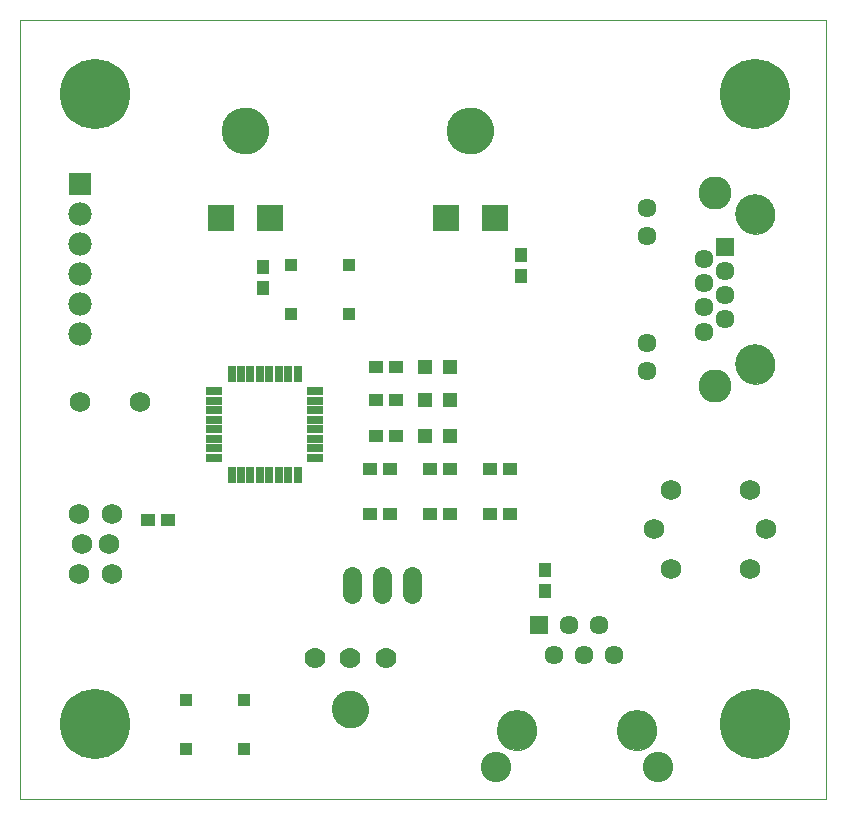
<source format=gts>
G75*
%MOIN*%
%OFA0B0*%
%FSLAX25Y25*%
%IPPOS*%
%LPD*%
%AMOC8*
5,1,8,0,0,1.08239X$1,22.5*
%
%ADD10C,0.00000*%
%ADD11R,0.06337X0.06337*%
%ADD12C,0.06337*%
%ADD13C,0.11030*%
%ADD14C,0.13195*%
%ADD15C,0.23400*%
%ADD16C,0.07000*%
%ADD17C,0.12211*%
%ADD18C,0.06800*%
%ADD19C,0.06400*%
%ADD20R,0.07800X0.07800*%
%ADD21C,0.07800*%
%ADD22R,0.05124X0.05124*%
%ADD23R,0.04337X0.04731*%
%ADD24R,0.04731X0.04337*%
%ADD25C,0.06896*%
%ADD26R,0.04337X0.04337*%
%ADD27R,0.08668X0.08668*%
%ADD28C,0.15597*%
%ADD29R,0.05400X0.02600*%
%ADD30R,0.02600X0.05400*%
%ADD31C,0.06900*%
%ADD32C,0.10144*%
%ADD33C,0.13392*%
D10*
X0003594Y0010258D02*
X0003594Y0270219D01*
X0272294Y0270219D01*
X0272294Y0010258D01*
X0003594Y0010258D01*
X0107688Y0040258D02*
X0107690Y0040411D01*
X0107696Y0040565D01*
X0107706Y0040718D01*
X0107720Y0040870D01*
X0107738Y0041023D01*
X0107760Y0041174D01*
X0107785Y0041325D01*
X0107815Y0041476D01*
X0107849Y0041626D01*
X0107886Y0041774D01*
X0107927Y0041922D01*
X0107972Y0042068D01*
X0108021Y0042214D01*
X0108074Y0042358D01*
X0108130Y0042500D01*
X0108190Y0042641D01*
X0108254Y0042781D01*
X0108321Y0042919D01*
X0108392Y0043055D01*
X0108467Y0043189D01*
X0108544Y0043321D01*
X0108626Y0043451D01*
X0108710Y0043579D01*
X0108798Y0043705D01*
X0108889Y0043828D01*
X0108983Y0043949D01*
X0109081Y0044067D01*
X0109181Y0044183D01*
X0109285Y0044296D01*
X0109391Y0044407D01*
X0109500Y0044515D01*
X0109612Y0044620D01*
X0109726Y0044721D01*
X0109844Y0044820D01*
X0109963Y0044916D01*
X0110085Y0045009D01*
X0110210Y0045098D01*
X0110337Y0045185D01*
X0110466Y0045267D01*
X0110597Y0045347D01*
X0110730Y0045423D01*
X0110865Y0045496D01*
X0111002Y0045565D01*
X0111141Y0045630D01*
X0111281Y0045692D01*
X0111423Y0045750D01*
X0111566Y0045805D01*
X0111711Y0045856D01*
X0111857Y0045903D01*
X0112004Y0045946D01*
X0112152Y0045985D01*
X0112301Y0046021D01*
X0112451Y0046052D01*
X0112602Y0046080D01*
X0112753Y0046104D01*
X0112906Y0046124D01*
X0113058Y0046140D01*
X0113211Y0046152D01*
X0113364Y0046160D01*
X0113517Y0046164D01*
X0113671Y0046164D01*
X0113824Y0046160D01*
X0113977Y0046152D01*
X0114130Y0046140D01*
X0114282Y0046124D01*
X0114435Y0046104D01*
X0114586Y0046080D01*
X0114737Y0046052D01*
X0114887Y0046021D01*
X0115036Y0045985D01*
X0115184Y0045946D01*
X0115331Y0045903D01*
X0115477Y0045856D01*
X0115622Y0045805D01*
X0115765Y0045750D01*
X0115907Y0045692D01*
X0116047Y0045630D01*
X0116186Y0045565D01*
X0116323Y0045496D01*
X0116458Y0045423D01*
X0116591Y0045347D01*
X0116722Y0045267D01*
X0116851Y0045185D01*
X0116978Y0045098D01*
X0117103Y0045009D01*
X0117225Y0044916D01*
X0117344Y0044820D01*
X0117462Y0044721D01*
X0117576Y0044620D01*
X0117688Y0044515D01*
X0117797Y0044407D01*
X0117903Y0044296D01*
X0118007Y0044183D01*
X0118107Y0044067D01*
X0118205Y0043949D01*
X0118299Y0043828D01*
X0118390Y0043705D01*
X0118478Y0043579D01*
X0118562Y0043451D01*
X0118644Y0043321D01*
X0118721Y0043189D01*
X0118796Y0043055D01*
X0118867Y0042919D01*
X0118934Y0042781D01*
X0118998Y0042641D01*
X0119058Y0042500D01*
X0119114Y0042358D01*
X0119167Y0042214D01*
X0119216Y0042068D01*
X0119261Y0041922D01*
X0119302Y0041774D01*
X0119339Y0041626D01*
X0119373Y0041476D01*
X0119403Y0041325D01*
X0119428Y0041174D01*
X0119450Y0041023D01*
X0119468Y0040870D01*
X0119482Y0040718D01*
X0119492Y0040565D01*
X0119498Y0040411D01*
X0119500Y0040258D01*
X0119498Y0040105D01*
X0119492Y0039951D01*
X0119482Y0039798D01*
X0119468Y0039646D01*
X0119450Y0039493D01*
X0119428Y0039342D01*
X0119403Y0039191D01*
X0119373Y0039040D01*
X0119339Y0038890D01*
X0119302Y0038742D01*
X0119261Y0038594D01*
X0119216Y0038448D01*
X0119167Y0038302D01*
X0119114Y0038158D01*
X0119058Y0038016D01*
X0118998Y0037875D01*
X0118934Y0037735D01*
X0118867Y0037597D01*
X0118796Y0037461D01*
X0118721Y0037327D01*
X0118644Y0037195D01*
X0118562Y0037065D01*
X0118478Y0036937D01*
X0118390Y0036811D01*
X0118299Y0036688D01*
X0118205Y0036567D01*
X0118107Y0036449D01*
X0118007Y0036333D01*
X0117903Y0036220D01*
X0117797Y0036109D01*
X0117688Y0036001D01*
X0117576Y0035896D01*
X0117462Y0035795D01*
X0117344Y0035696D01*
X0117225Y0035600D01*
X0117103Y0035507D01*
X0116978Y0035418D01*
X0116851Y0035331D01*
X0116722Y0035249D01*
X0116591Y0035169D01*
X0116458Y0035093D01*
X0116323Y0035020D01*
X0116186Y0034951D01*
X0116047Y0034886D01*
X0115907Y0034824D01*
X0115765Y0034766D01*
X0115622Y0034711D01*
X0115477Y0034660D01*
X0115331Y0034613D01*
X0115184Y0034570D01*
X0115036Y0034531D01*
X0114887Y0034495D01*
X0114737Y0034464D01*
X0114586Y0034436D01*
X0114435Y0034412D01*
X0114282Y0034392D01*
X0114130Y0034376D01*
X0113977Y0034364D01*
X0113824Y0034356D01*
X0113671Y0034352D01*
X0113517Y0034352D01*
X0113364Y0034356D01*
X0113211Y0034364D01*
X0113058Y0034376D01*
X0112906Y0034392D01*
X0112753Y0034412D01*
X0112602Y0034436D01*
X0112451Y0034464D01*
X0112301Y0034495D01*
X0112152Y0034531D01*
X0112004Y0034570D01*
X0111857Y0034613D01*
X0111711Y0034660D01*
X0111566Y0034711D01*
X0111423Y0034766D01*
X0111281Y0034824D01*
X0111141Y0034886D01*
X0111002Y0034951D01*
X0110865Y0035020D01*
X0110730Y0035093D01*
X0110597Y0035169D01*
X0110466Y0035249D01*
X0110337Y0035331D01*
X0110210Y0035418D01*
X0110085Y0035507D01*
X0109963Y0035600D01*
X0109844Y0035696D01*
X0109726Y0035795D01*
X0109612Y0035896D01*
X0109500Y0036001D01*
X0109391Y0036109D01*
X0109285Y0036220D01*
X0109181Y0036333D01*
X0109081Y0036449D01*
X0108983Y0036567D01*
X0108889Y0036688D01*
X0108798Y0036811D01*
X0108710Y0036937D01*
X0108626Y0037065D01*
X0108544Y0037195D01*
X0108467Y0037327D01*
X0108392Y0037461D01*
X0108321Y0037597D01*
X0108254Y0037735D01*
X0108190Y0037875D01*
X0108130Y0038016D01*
X0108074Y0038158D01*
X0108021Y0038302D01*
X0107972Y0038448D01*
X0107927Y0038594D01*
X0107886Y0038742D01*
X0107849Y0038890D01*
X0107815Y0039040D01*
X0107785Y0039191D01*
X0107760Y0039342D01*
X0107738Y0039493D01*
X0107720Y0039646D01*
X0107706Y0039798D01*
X0107696Y0039951D01*
X0107690Y0040105D01*
X0107688Y0040258D01*
X0162578Y0033258D02*
X0162580Y0033419D01*
X0162586Y0033579D01*
X0162596Y0033740D01*
X0162610Y0033900D01*
X0162628Y0034059D01*
X0162649Y0034219D01*
X0162675Y0034377D01*
X0162705Y0034535D01*
X0162738Y0034692D01*
X0162776Y0034849D01*
X0162817Y0035004D01*
X0162862Y0035158D01*
X0162911Y0035311D01*
X0162964Y0035463D01*
X0163020Y0035613D01*
X0163080Y0035762D01*
X0163144Y0035910D01*
X0163211Y0036056D01*
X0163282Y0036200D01*
X0163357Y0036342D01*
X0163435Y0036483D01*
X0163516Y0036621D01*
X0163601Y0036758D01*
X0163690Y0036892D01*
X0163781Y0037024D01*
X0163876Y0037154D01*
X0163974Y0037281D01*
X0164075Y0037406D01*
X0164179Y0037529D01*
X0164286Y0037648D01*
X0164396Y0037765D01*
X0164509Y0037880D01*
X0164625Y0037991D01*
X0164743Y0038100D01*
X0164864Y0038205D01*
X0164988Y0038308D01*
X0165114Y0038408D01*
X0165243Y0038504D01*
X0165374Y0038597D01*
X0165507Y0038687D01*
X0165642Y0038774D01*
X0165780Y0038857D01*
X0165919Y0038936D01*
X0166061Y0039013D01*
X0166204Y0039086D01*
X0166349Y0039155D01*
X0166496Y0039220D01*
X0166644Y0039282D01*
X0166794Y0039341D01*
X0166945Y0039395D01*
X0167097Y0039446D01*
X0167251Y0039493D01*
X0167406Y0039536D01*
X0167561Y0039575D01*
X0167718Y0039611D01*
X0167876Y0039643D01*
X0168034Y0039670D01*
X0168193Y0039694D01*
X0168352Y0039714D01*
X0168512Y0039730D01*
X0168673Y0039742D01*
X0168833Y0039750D01*
X0168994Y0039754D01*
X0169154Y0039754D01*
X0169315Y0039750D01*
X0169475Y0039742D01*
X0169636Y0039730D01*
X0169796Y0039714D01*
X0169955Y0039694D01*
X0170114Y0039670D01*
X0170272Y0039643D01*
X0170430Y0039611D01*
X0170587Y0039575D01*
X0170742Y0039536D01*
X0170897Y0039493D01*
X0171051Y0039446D01*
X0171203Y0039395D01*
X0171354Y0039341D01*
X0171504Y0039282D01*
X0171652Y0039220D01*
X0171799Y0039155D01*
X0171944Y0039086D01*
X0172087Y0039013D01*
X0172229Y0038936D01*
X0172368Y0038857D01*
X0172506Y0038774D01*
X0172641Y0038687D01*
X0172774Y0038597D01*
X0172905Y0038504D01*
X0173034Y0038408D01*
X0173160Y0038308D01*
X0173284Y0038205D01*
X0173405Y0038100D01*
X0173523Y0037991D01*
X0173639Y0037880D01*
X0173752Y0037765D01*
X0173862Y0037648D01*
X0173969Y0037529D01*
X0174073Y0037406D01*
X0174174Y0037281D01*
X0174272Y0037154D01*
X0174367Y0037024D01*
X0174458Y0036892D01*
X0174547Y0036758D01*
X0174632Y0036621D01*
X0174713Y0036483D01*
X0174791Y0036342D01*
X0174866Y0036200D01*
X0174937Y0036056D01*
X0175004Y0035910D01*
X0175068Y0035762D01*
X0175128Y0035613D01*
X0175184Y0035463D01*
X0175237Y0035311D01*
X0175286Y0035158D01*
X0175331Y0035004D01*
X0175372Y0034849D01*
X0175410Y0034692D01*
X0175443Y0034535D01*
X0175473Y0034377D01*
X0175499Y0034219D01*
X0175520Y0034059D01*
X0175538Y0033900D01*
X0175552Y0033740D01*
X0175562Y0033579D01*
X0175568Y0033419D01*
X0175570Y0033258D01*
X0175568Y0033097D01*
X0175562Y0032937D01*
X0175552Y0032776D01*
X0175538Y0032616D01*
X0175520Y0032457D01*
X0175499Y0032297D01*
X0175473Y0032139D01*
X0175443Y0031981D01*
X0175410Y0031824D01*
X0175372Y0031667D01*
X0175331Y0031512D01*
X0175286Y0031358D01*
X0175237Y0031205D01*
X0175184Y0031053D01*
X0175128Y0030903D01*
X0175068Y0030754D01*
X0175004Y0030606D01*
X0174937Y0030460D01*
X0174866Y0030316D01*
X0174791Y0030174D01*
X0174713Y0030033D01*
X0174632Y0029895D01*
X0174547Y0029758D01*
X0174458Y0029624D01*
X0174367Y0029492D01*
X0174272Y0029362D01*
X0174174Y0029235D01*
X0174073Y0029110D01*
X0173969Y0028987D01*
X0173862Y0028868D01*
X0173752Y0028751D01*
X0173639Y0028636D01*
X0173523Y0028525D01*
X0173405Y0028416D01*
X0173284Y0028311D01*
X0173160Y0028208D01*
X0173034Y0028108D01*
X0172905Y0028012D01*
X0172774Y0027919D01*
X0172641Y0027829D01*
X0172506Y0027742D01*
X0172368Y0027659D01*
X0172229Y0027580D01*
X0172087Y0027503D01*
X0171944Y0027430D01*
X0171799Y0027361D01*
X0171652Y0027296D01*
X0171504Y0027234D01*
X0171354Y0027175D01*
X0171203Y0027121D01*
X0171051Y0027070D01*
X0170897Y0027023D01*
X0170742Y0026980D01*
X0170587Y0026941D01*
X0170430Y0026905D01*
X0170272Y0026873D01*
X0170114Y0026846D01*
X0169955Y0026822D01*
X0169796Y0026802D01*
X0169636Y0026786D01*
X0169475Y0026774D01*
X0169315Y0026766D01*
X0169154Y0026762D01*
X0168994Y0026762D01*
X0168833Y0026766D01*
X0168673Y0026774D01*
X0168512Y0026786D01*
X0168352Y0026802D01*
X0168193Y0026822D01*
X0168034Y0026846D01*
X0167876Y0026873D01*
X0167718Y0026905D01*
X0167561Y0026941D01*
X0167406Y0026980D01*
X0167251Y0027023D01*
X0167097Y0027070D01*
X0166945Y0027121D01*
X0166794Y0027175D01*
X0166644Y0027234D01*
X0166496Y0027296D01*
X0166349Y0027361D01*
X0166204Y0027430D01*
X0166061Y0027503D01*
X0165919Y0027580D01*
X0165780Y0027659D01*
X0165642Y0027742D01*
X0165507Y0027829D01*
X0165374Y0027919D01*
X0165243Y0028012D01*
X0165114Y0028108D01*
X0164988Y0028208D01*
X0164864Y0028311D01*
X0164743Y0028416D01*
X0164625Y0028525D01*
X0164509Y0028636D01*
X0164396Y0028751D01*
X0164286Y0028868D01*
X0164179Y0028987D01*
X0164075Y0029110D01*
X0163974Y0029235D01*
X0163876Y0029362D01*
X0163781Y0029492D01*
X0163690Y0029624D01*
X0163601Y0029758D01*
X0163516Y0029895D01*
X0163435Y0030033D01*
X0163357Y0030174D01*
X0163282Y0030316D01*
X0163211Y0030460D01*
X0163144Y0030606D01*
X0163080Y0030754D01*
X0163020Y0030903D01*
X0162964Y0031053D01*
X0162911Y0031205D01*
X0162862Y0031358D01*
X0162817Y0031512D01*
X0162776Y0031667D01*
X0162738Y0031824D01*
X0162705Y0031981D01*
X0162675Y0032139D01*
X0162649Y0032297D01*
X0162628Y0032457D01*
X0162610Y0032616D01*
X0162596Y0032776D01*
X0162586Y0032937D01*
X0162580Y0033097D01*
X0162578Y0033258D01*
X0202578Y0033258D02*
X0202580Y0033419D01*
X0202586Y0033579D01*
X0202596Y0033740D01*
X0202610Y0033900D01*
X0202628Y0034059D01*
X0202649Y0034219D01*
X0202675Y0034377D01*
X0202705Y0034535D01*
X0202738Y0034692D01*
X0202776Y0034849D01*
X0202817Y0035004D01*
X0202862Y0035158D01*
X0202911Y0035311D01*
X0202964Y0035463D01*
X0203020Y0035613D01*
X0203080Y0035762D01*
X0203144Y0035910D01*
X0203211Y0036056D01*
X0203282Y0036200D01*
X0203357Y0036342D01*
X0203435Y0036483D01*
X0203516Y0036621D01*
X0203601Y0036758D01*
X0203690Y0036892D01*
X0203781Y0037024D01*
X0203876Y0037154D01*
X0203974Y0037281D01*
X0204075Y0037406D01*
X0204179Y0037529D01*
X0204286Y0037648D01*
X0204396Y0037765D01*
X0204509Y0037880D01*
X0204625Y0037991D01*
X0204743Y0038100D01*
X0204864Y0038205D01*
X0204988Y0038308D01*
X0205114Y0038408D01*
X0205243Y0038504D01*
X0205374Y0038597D01*
X0205507Y0038687D01*
X0205642Y0038774D01*
X0205780Y0038857D01*
X0205919Y0038936D01*
X0206061Y0039013D01*
X0206204Y0039086D01*
X0206349Y0039155D01*
X0206496Y0039220D01*
X0206644Y0039282D01*
X0206794Y0039341D01*
X0206945Y0039395D01*
X0207097Y0039446D01*
X0207251Y0039493D01*
X0207406Y0039536D01*
X0207561Y0039575D01*
X0207718Y0039611D01*
X0207876Y0039643D01*
X0208034Y0039670D01*
X0208193Y0039694D01*
X0208352Y0039714D01*
X0208512Y0039730D01*
X0208673Y0039742D01*
X0208833Y0039750D01*
X0208994Y0039754D01*
X0209154Y0039754D01*
X0209315Y0039750D01*
X0209475Y0039742D01*
X0209636Y0039730D01*
X0209796Y0039714D01*
X0209955Y0039694D01*
X0210114Y0039670D01*
X0210272Y0039643D01*
X0210430Y0039611D01*
X0210587Y0039575D01*
X0210742Y0039536D01*
X0210897Y0039493D01*
X0211051Y0039446D01*
X0211203Y0039395D01*
X0211354Y0039341D01*
X0211504Y0039282D01*
X0211652Y0039220D01*
X0211799Y0039155D01*
X0211944Y0039086D01*
X0212087Y0039013D01*
X0212229Y0038936D01*
X0212368Y0038857D01*
X0212506Y0038774D01*
X0212641Y0038687D01*
X0212774Y0038597D01*
X0212905Y0038504D01*
X0213034Y0038408D01*
X0213160Y0038308D01*
X0213284Y0038205D01*
X0213405Y0038100D01*
X0213523Y0037991D01*
X0213639Y0037880D01*
X0213752Y0037765D01*
X0213862Y0037648D01*
X0213969Y0037529D01*
X0214073Y0037406D01*
X0214174Y0037281D01*
X0214272Y0037154D01*
X0214367Y0037024D01*
X0214458Y0036892D01*
X0214547Y0036758D01*
X0214632Y0036621D01*
X0214713Y0036483D01*
X0214791Y0036342D01*
X0214866Y0036200D01*
X0214937Y0036056D01*
X0215004Y0035910D01*
X0215068Y0035762D01*
X0215128Y0035613D01*
X0215184Y0035463D01*
X0215237Y0035311D01*
X0215286Y0035158D01*
X0215331Y0035004D01*
X0215372Y0034849D01*
X0215410Y0034692D01*
X0215443Y0034535D01*
X0215473Y0034377D01*
X0215499Y0034219D01*
X0215520Y0034059D01*
X0215538Y0033900D01*
X0215552Y0033740D01*
X0215562Y0033579D01*
X0215568Y0033419D01*
X0215570Y0033258D01*
X0215568Y0033097D01*
X0215562Y0032937D01*
X0215552Y0032776D01*
X0215538Y0032616D01*
X0215520Y0032457D01*
X0215499Y0032297D01*
X0215473Y0032139D01*
X0215443Y0031981D01*
X0215410Y0031824D01*
X0215372Y0031667D01*
X0215331Y0031512D01*
X0215286Y0031358D01*
X0215237Y0031205D01*
X0215184Y0031053D01*
X0215128Y0030903D01*
X0215068Y0030754D01*
X0215004Y0030606D01*
X0214937Y0030460D01*
X0214866Y0030316D01*
X0214791Y0030174D01*
X0214713Y0030033D01*
X0214632Y0029895D01*
X0214547Y0029758D01*
X0214458Y0029624D01*
X0214367Y0029492D01*
X0214272Y0029362D01*
X0214174Y0029235D01*
X0214073Y0029110D01*
X0213969Y0028987D01*
X0213862Y0028868D01*
X0213752Y0028751D01*
X0213639Y0028636D01*
X0213523Y0028525D01*
X0213405Y0028416D01*
X0213284Y0028311D01*
X0213160Y0028208D01*
X0213034Y0028108D01*
X0212905Y0028012D01*
X0212774Y0027919D01*
X0212641Y0027829D01*
X0212506Y0027742D01*
X0212368Y0027659D01*
X0212229Y0027580D01*
X0212087Y0027503D01*
X0211944Y0027430D01*
X0211799Y0027361D01*
X0211652Y0027296D01*
X0211504Y0027234D01*
X0211354Y0027175D01*
X0211203Y0027121D01*
X0211051Y0027070D01*
X0210897Y0027023D01*
X0210742Y0026980D01*
X0210587Y0026941D01*
X0210430Y0026905D01*
X0210272Y0026873D01*
X0210114Y0026846D01*
X0209955Y0026822D01*
X0209796Y0026802D01*
X0209636Y0026786D01*
X0209475Y0026774D01*
X0209315Y0026766D01*
X0209154Y0026762D01*
X0208994Y0026762D01*
X0208833Y0026766D01*
X0208673Y0026774D01*
X0208512Y0026786D01*
X0208352Y0026802D01*
X0208193Y0026822D01*
X0208034Y0026846D01*
X0207876Y0026873D01*
X0207718Y0026905D01*
X0207561Y0026941D01*
X0207406Y0026980D01*
X0207251Y0027023D01*
X0207097Y0027070D01*
X0206945Y0027121D01*
X0206794Y0027175D01*
X0206644Y0027234D01*
X0206496Y0027296D01*
X0206349Y0027361D01*
X0206204Y0027430D01*
X0206061Y0027503D01*
X0205919Y0027580D01*
X0205780Y0027659D01*
X0205642Y0027742D01*
X0205507Y0027829D01*
X0205374Y0027919D01*
X0205243Y0028012D01*
X0205114Y0028108D01*
X0204988Y0028208D01*
X0204864Y0028311D01*
X0204743Y0028416D01*
X0204625Y0028525D01*
X0204509Y0028636D01*
X0204396Y0028751D01*
X0204286Y0028868D01*
X0204179Y0028987D01*
X0204075Y0029110D01*
X0203974Y0029235D01*
X0203876Y0029362D01*
X0203781Y0029492D01*
X0203690Y0029624D01*
X0203601Y0029758D01*
X0203516Y0029895D01*
X0203435Y0030033D01*
X0203357Y0030174D01*
X0203282Y0030316D01*
X0203211Y0030460D01*
X0203144Y0030606D01*
X0203080Y0030754D01*
X0203020Y0030903D01*
X0202964Y0031053D01*
X0202911Y0031205D01*
X0202862Y0031358D01*
X0202817Y0031512D01*
X0202776Y0031667D01*
X0202738Y0031824D01*
X0202705Y0031981D01*
X0202675Y0032139D01*
X0202649Y0032297D01*
X0202628Y0032457D01*
X0202610Y0032616D01*
X0202596Y0032776D01*
X0202586Y0032937D01*
X0202580Y0033097D01*
X0202578Y0033258D01*
X0242196Y0155258D02*
X0242198Y0155418D01*
X0242204Y0155577D01*
X0242214Y0155736D01*
X0242228Y0155895D01*
X0242246Y0156054D01*
X0242267Y0156212D01*
X0242293Y0156369D01*
X0242323Y0156526D01*
X0242356Y0156682D01*
X0242394Y0156837D01*
X0242435Y0156991D01*
X0242480Y0157144D01*
X0242529Y0157296D01*
X0242582Y0157446D01*
X0242638Y0157595D01*
X0242698Y0157743D01*
X0242762Y0157889D01*
X0242830Y0158034D01*
X0242901Y0158177D01*
X0242975Y0158318D01*
X0243053Y0158457D01*
X0243135Y0158594D01*
X0243220Y0158729D01*
X0243308Y0158862D01*
X0243399Y0158993D01*
X0243494Y0159121D01*
X0243592Y0159247D01*
X0243693Y0159371D01*
X0243797Y0159491D01*
X0243904Y0159610D01*
X0244014Y0159725D01*
X0244127Y0159838D01*
X0244242Y0159948D01*
X0244361Y0160055D01*
X0244481Y0160159D01*
X0244605Y0160260D01*
X0244731Y0160358D01*
X0244859Y0160453D01*
X0244990Y0160544D01*
X0245123Y0160632D01*
X0245258Y0160717D01*
X0245395Y0160799D01*
X0245534Y0160877D01*
X0245675Y0160951D01*
X0245818Y0161022D01*
X0245963Y0161090D01*
X0246109Y0161154D01*
X0246257Y0161214D01*
X0246406Y0161270D01*
X0246556Y0161323D01*
X0246708Y0161372D01*
X0246861Y0161417D01*
X0247015Y0161458D01*
X0247170Y0161496D01*
X0247326Y0161529D01*
X0247483Y0161559D01*
X0247640Y0161585D01*
X0247798Y0161606D01*
X0247957Y0161624D01*
X0248116Y0161638D01*
X0248275Y0161648D01*
X0248434Y0161654D01*
X0248594Y0161656D01*
X0248754Y0161654D01*
X0248913Y0161648D01*
X0249072Y0161638D01*
X0249231Y0161624D01*
X0249390Y0161606D01*
X0249548Y0161585D01*
X0249705Y0161559D01*
X0249862Y0161529D01*
X0250018Y0161496D01*
X0250173Y0161458D01*
X0250327Y0161417D01*
X0250480Y0161372D01*
X0250632Y0161323D01*
X0250782Y0161270D01*
X0250931Y0161214D01*
X0251079Y0161154D01*
X0251225Y0161090D01*
X0251370Y0161022D01*
X0251513Y0160951D01*
X0251654Y0160877D01*
X0251793Y0160799D01*
X0251930Y0160717D01*
X0252065Y0160632D01*
X0252198Y0160544D01*
X0252329Y0160453D01*
X0252457Y0160358D01*
X0252583Y0160260D01*
X0252707Y0160159D01*
X0252827Y0160055D01*
X0252946Y0159948D01*
X0253061Y0159838D01*
X0253174Y0159725D01*
X0253284Y0159610D01*
X0253391Y0159491D01*
X0253495Y0159371D01*
X0253596Y0159247D01*
X0253694Y0159121D01*
X0253789Y0158993D01*
X0253880Y0158862D01*
X0253968Y0158729D01*
X0254053Y0158594D01*
X0254135Y0158457D01*
X0254213Y0158318D01*
X0254287Y0158177D01*
X0254358Y0158034D01*
X0254426Y0157889D01*
X0254490Y0157743D01*
X0254550Y0157595D01*
X0254606Y0157446D01*
X0254659Y0157296D01*
X0254708Y0157144D01*
X0254753Y0156991D01*
X0254794Y0156837D01*
X0254832Y0156682D01*
X0254865Y0156526D01*
X0254895Y0156369D01*
X0254921Y0156212D01*
X0254942Y0156054D01*
X0254960Y0155895D01*
X0254974Y0155736D01*
X0254984Y0155577D01*
X0254990Y0155418D01*
X0254992Y0155258D01*
X0254990Y0155098D01*
X0254984Y0154939D01*
X0254974Y0154780D01*
X0254960Y0154621D01*
X0254942Y0154462D01*
X0254921Y0154304D01*
X0254895Y0154147D01*
X0254865Y0153990D01*
X0254832Y0153834D01*
X0254794Y0153679D01*
X0254753Y0153525D01*
X0254708Y0153372D01*
X0254659Y0153220D01*
X0254606Y0153070D01*
X0254550Y0152921D01*
X0254490Y0152773D01*
X0254426Y0152627D01*
X0254358Y0152482D01*
X0254287Y0152339D01*
X0254213Y0152198D01*
X0254135Y0152059D01*
X0254053Y0151922D01*
X0253968Y0151787D01*
X0253880Y0151654D01*
X0253789Y0151523D01*
X0253694Y0151395D01*
X0253596Y0151269D01*
X0253495Y0151145D01*
X0253391Y0151025D01*
X0253284Y0150906D01*
X0253174Y0150791D01*
X0253061Y0150678D01*
X0252946Y0150568D01*
X0252827Y0150461D01*
X0252707Y0150357D01*
X0252583Y0150256D01*
X0252457Y0150158D01*
X0252329Y0150063D01*
X0252198Y0149972D01*
X0252065Y0149884D01*
X0251930Y0149799D01*
X0251793Y0149717D01*
X0251654Y0149639D01*
X0251513Y0149565D01*
X0251370Y0149494D01*
X0251225Y0149426D01*
X0251079Y0149362D01*
X0250931Y0149302D01*
X0250782Y0149246D01*
X0250632Y0149193D01*
X0250480Y0149144D01*
X0250327Y0149099D01*
X0250173Y0149058D01*
X0250018Y0149020D01*
X0249862Y0148987D01*
X0249705Y0148957D01*
X0249548Y0148931D01*
X0249390Y0148910D01*
X0249231Y0148892D01*
X0249072Y0148878D01*
X0248913Y0148868D01*
X0248754Y0148862D01*
X0248594Y0148860D01*
X0248434Y0148862D01*
X0248275Y0148868D01*
X0248116Y0148878D01*
X0247957Y0148892D01*
X0247798Y0148910D01*
X0247640Y0148931D01*
X0247483Y0148957D01*
X0247326Y0148987D01*
X0247170Y0149020D01*
X0247015Y0149058D01*
X0246861Y0149099D01*
X0246708Y0149144D01*
X0246556Y0149193D01*
X0246406Y0149246D01*
X0246257Y0149302D01*
X0246109Y0149362D01*
X0245963Y0149426D01*
X0245818Y0149494D01*
X0245675Y0149565D01*
X0245534Y0149639D01*
X0245395Y0149717D01*
X0245258Y0149799D01*
X0245123Y0149884D01*
X0244990Y0149972D01*
X0244859Y0150063D01*
X0244731Y0150158D01*
X0244605Y0150256D01*
X0244481Y0150357D01*
X0244361Y0150461D01*
X0244242Y0150568D01*
X0244127Y0150678D01*
X0244014Y0150791D01*
X0243904Y0150906D01*
X0243797Y0151025D01*
X0243693Y0151145D01*
X0243592Y0151269D01*
X0243494Y0151395D01*
X0243399Y0151523D01*
X0243308Y0151654D01*
X0243220Y0151787D01*
X0243135Y0151922D01*
X0243053Y0152059D01*
X0242975Y0152198D01*
X0242901Y0152339D01*
X0242830Y0152482D01*
X0242762Y0152627D01*
X0242698Y0152773D01*
X0242638Y0152921D01*
X0242582Y0153070D01*
X0242529Y0153220D01*
X0242480Y0153372D01*
X0242435Y0153525D01*
X0242394Y0153679D01*
X0242356Y0153834D01*
X0242323Y0153990D01*
X0242293Y0154147D01*
X0242267Y0154304D01*
X0242246Y0154462D01*
X0242228Y0154621D01*
X0242214Y0154780D01*
X0242204Y0154939D01*
X0242198Y0155098D01*
X0242196Y0155258D01*
X0242196Y0205258D02*
X0242198Y0205418D01*
X0242204Y0205577D01*
X0242214Y0205736D01*
X0242228Y0205895D01*
X0242246Y0206054D01*
X0242267Y0206212D01*
X0242293Y0206369D01*
X0242323Y0206526D01*
X0242356Y0206682D01*
X0242394Y0206837D01*
X0242435Y0206991D01*
X0242480Y0207144D01*
X0242529Y0207296D01*
X0242582Y0207446D01*
X0242638Y0207595D01*
X0242698Y0207743D01*
X0242762Y0207889D01*
X0242830Y0208034D01*
X0242901Y0208177D01*
X0242975Y0208318D01*
X0243053Y0208457D01*
X0243135Y0208594D01*
X0243220Y0208729D01*
X0243308Y0208862D01*
X0243399Y0208993D01*
X0243494Y0209121D01*
X0243592Y0209247D01*
X0243693Y0209371D01*
X0243797Y0209491D01*
X0243904Y0209610D01*
X0244014Y0209725D01*
X0244127Y0209838D01*
X0244242Y0209948D01*
X0244361Y0210055D01*
X0244481Y0210159D01*
X0244605Y0210260D01*
X0244731Y0210358D01*
X0244859Y0210453D01*
X0244990Y0210544D01*
X0245123Y0210632D01*
X0245258Y0210717D01*
X0245395Y0210799D01*
X0245534Y0210877D01*
X0245675Y0210951D01*
X0245818Y0211022D01*
X0245963Y0211090D01*
X0246109Y0211154D01*
X0246257Y0211214D01*
X0246406Y0211270D01*
X0246556Y0211323D01*
X0246708Y0211372D01*
X0246861Y0211417D01*
X0247015Y0211458D01*
X0247170Y0211496D01*
X0247326Y0211529D01*
X0247483Y0211559D01*
X0247640Y0211585D01*
X0247798Y0211606D01*
X0247957Y0211624D01*
X0248116Y0211638D01*
X0248275Y0211648D01*
X0248434Y0211654D01*
X0248594Y0211656D01*
X0248754Y0211654D01*
X0248913Y0211648D01*
X0249072Y0211638D01*
X0249231Y0211624D01*
X0249390Y0211606D01*
X0249548Y0211585D01*
X0249705Y0211559D01*
X0249862Y0211529D01*
X0250018Y0211496D01*
X0250173Y0211458D01*
X0250327Y0211417D01*
X0250480Y0211372D01*
X0250632Y0211323D01*
X0250782Y0211270D01*
X0250931Y0211214D01*
X0251079Y0211154D01*
X0251225Y0211090D01*
X0251370Y0211022D01*
X0251513Y0210951D01*
X0251654Y0210877D01*
X0251793Y0210799D01*
X0251930Y0210717D01*
X0252065Y0210632D01*
X0252198Y0210544D01*
X0252329Y0210453D01*
X0252457Y0210358D01*
X0252583Y0210260D01*
X0252707Y0210159D01*
X0252827Y0210055D01*
X0252946Y0209948D01*
X0253061Y0209838D01*
X0253174Y0209725D01*
X0253284Y0209610D01*
X0253391Y0209491D01*
X0253495Y0209371D01*
X0253596Y0209247D01*
X0253694Y0209121D01*
X0253789Y0208993D01*
X0253880Y0208862D01*
X0253968Y0208729D01*
X0254053Y0208594D01*
X0254135Y0208457D01*
X0254213Y0208318D01*
X0254287Y0208177D01*
X0254358Y0208034D01*
X0254426Y0207889D01*
X0254490Y0207743D01*
X0254550Y0207595D01*
X0254606Y0207446D01*
X0254659Y0207296D01*
X0254708Y0207144D01*
X0254753Y0206991D01*
X0254794Y0206837D01*
X0254832Y0206682D01*
X0254865Y0206526D01*
X0254895Y0206369D01*
X0254921Y0206212D01*
X0254942Y0206054D01*
X0254960Y0205895D01*
X0254974Y0205736D01*
X0254984Y0205577D01*
X0254990Y0205418D01*
X0254992Y0205258D01*
X0254990Y0205098D01*
X0254984Y0204939D01*
X0254974Y0204780D01*
X0254960Y0204621D01*
X0254942Y0204462D01*
X0254921Y0204304D01*
X0254895Y0204147D01*
X0254865Y0203990D01*
X0254832Y0203834D01*
X0254794Y0203679D01*
X0254753Y0203525D01*
X0254708Y0203372D01*
X0254659Y0203220D01*
X0254606Y0203070D01*
X0254550Y0202921D01*
X0254490Y0202773D01*
X0254426Y0202627D01*
X0254358Y0202482D01*
X0254287Y0202339D01*
X0254213Y0202198D01*
X0254135Y0202059D01*
X0254053Y0201922D01*
X0253968Y0201787D01*
X0253880Y0201654D01*
X0253789Y0201523D01*
X0253694Y0201395D01*
X0253596Y0201269D01*
X0253495Y0201145D01*
X0253391Y0201025D01*
X0253284Y0200906D01*
X0253174Y0200791D01*
X0253061Y0200678D01*
X0252946Y0200568D01*
X0252827Y0200461D01*
X0252707Y0200357D01*
X0252583Y0200256D01*
X0252457Y0200158D01*
X0252329Y0200063D01*
X0252198Y0199972D01*
X0252065Y0199884D01*
X0251930Y0199799D01*
X0251793Y0199717D01*
X0251654Y0199639D01*
X0251513Y0199565D01*
X0251370Y0199494D01*
X0251225Y0199426D01*
X0251079Y0199362D01*
X0250931Y0199302D01*
X0250782Y0199246D01*
X0250632Y0199193D01*
X0250480Y0199144D01*
X0250327Y0199099D01*
X0250173Y0199058D01*
X0250018Y0199020D01*
X0249862Y0198987D01*
X0249705Y0198957D01*
X0249548Y0198931D01*
X0249390Y0198910D01*
X0249231Y0198892D01*
X0249072Y0198878D01*
X0248913Y0198868D01*
X0248754Y0198862D01*
X0248594Y0198860D01*
X0248434Y0198862D01*
X0248275Y0198868D01*
X0248116Y0198878D01*
X0247957Y0198892D01*
X0247798Y0198910D01*
X0247640Y0198931D01*
X0247483Y0198957D01*
X0247326Y0198987D01*
X0247170Y0199020D01*
X0247015Y0199058D01*
X0246861Y0199099D01*
X0246708Y0199144D01*
X0246556Y0199193D01*
X0246406Y0199246D01*
X0246257Y0199302D01*
X0246109Y0199362D01*
X0245963Y0199426D01*
X0245818Y0199494D01*
X0245675Y0199565D01*
X0245534Y0199639D01*
X0245395Y0199717D01*
X0245258Y0199799D01*
X0245123Y0199884D01*
X0244990Y0199972D01*
X0244859Y0200063D01*
X0244731Y0200158D01*
X0244605Y0200256D01*
X0244481Y0200357D01*
X0244361Y0200461D01*
X0244242Y0200568D01*
X0244127Y0200678D01*
X0244014Y0200791D01*
X0243904Y0200906D01*
X0243797Y0201025D01*
X0243693Y0201145D01*
X0243592Y0201269D01*
X0243494Y0201395D01*
X0243399Y0201523D01*
X0243308Y0201654D01*
X0243220Y0201787D01*
X0243135Y0201922D01*
X0243053Y0202059D01*
X0242975Y0202198D01*
X0242901Y0202339D01*
X0242830Y0202482D01*
X0242762Y0202627D01*
X0242698Y0202773D01*
X0242638Y0202921D01*
X0242582Y0203070D01*
X0242529Y0203220D01*
X0242480Y0203372D01*
X0242435Y0203525D01*
X0242394Y0203679D01*
X0242356Y0203834D01*
X0242323Y0203990D01*
X0242293Y0204147D01*
X0242267Y0204304D01*
X0242246Y0204462D01*
X0242228Y0204621D01*
X0242214Y0204780D01*
X0242204Y0204939D01*
X0242198Y0205098D01*
X0242196Y0205258D01*
X0145996Y0233250D02*
X0145998Y0233436D01*
X0146005Y0233623D01*
X0146017Y0233809D01*
X0146033Y0233995D01*
X0146053Y0234180D01*
X0146078Y0234365D01*
X0146108Y0234549D01*
X0146142Y0234732D01*
X0146181Y0234915D01*
X0146224Y0235096D01*
X0146271Y0235276D01*
X0146323Y0235456D01*
X0146379Y0235633D01*
X0146440Y0235810D01*
X0146505Y0235984D01*
X0146574Y0236158D01*
X0146648Y0236329D01*
X0146725Y0236499D01*
X0146807Y0236666D01*
X0146893Y0236832D01*
X0146983Y0236995D01*
X0147077Y0237156D01*
X0147175Y0237315D01*
X0147276Y0237471D01*
X0147382Y0237625D01*
X0147491Y0237776D01*
X0147604Y0237925D01*
X0147721Y0238070D01*
X0147841Y0238213D01*
X0147964Y0238353D01*
X0148091Y0238489D01*
X0148221Y0238623D01*
X0148355Y0238753D01*
X0148491Y0238880D01*
X0148631Y0239003D01*
X0148774Y0239123D01*
X0148919Y0239240D01*
X0149068Y0239353D01*
X0149219Y0239462D01*
X0149373Y0239568D01*
X0149529Y0239669D01*
X0149688Y0239767D01*
X0149849Y0239861D01*
X0150012Y0239951D01*
X0150178Y0240037D01*
X0150345Y0240119D01*
X0150515Y0240196D01*
X0150686Y0240270D01*
X0150860Y0240339D01*
X0151034Y0240404D01*
X0151211Y0240465D01*
X0151388Y0240521D01*
X0151568Y0240573D01*
X0151748Y0240620D01*
X0151929Y0240663D01*
X0152112Y0240702D01*
X0152295Y0240736D01*
X0152479Y0240766D01*
X0152664Y0240791D01*
X0152849Y0240811D01*
X0153035Y0240827D01*
X0153221Y0240839D01*
X0153408Y0240846D01*
X0153594Y0240848D01*
X0153780Y0240846D01*
X0153967Y0240839D01*
X0154153Y0240827D01*
X0154339Y0240811D01*
X0154524Y0240791D01*
X0154709Y0240766D01*
X0154893Y0240736D01*
X0155076Y0240702D01*
X0155259Y0240663D01*
X0155440Y0240620D01*
X0155620Y0240573D01*
X0155800Y0240521D01*
X0155977Y0240465D01*
X0156154Y0240404D01*
X0156328Y0240339D01*
X0156502Y0240270D01*
X0156673Y0240196D01*
X0156843Y0240119D01*
X0157010Y0240037D01*
X0157176Y0239951D01*
X0157339Y0239861D01*
X0157500Y0239767D01*
X0157659Y0239669D01*
X0157815Y0239568D01*
X0157969Y0239462D01*
X0158120Y0239353D01*
X0158269Y0239240D01*
X0158414Y0239123D01*
X0158557Y0239003D01*
X0158697Y0238880D01*
X0158833Y0238753D01*
X0158967Y0238623D01*
X0159097Y0238489D01*
X0159224Y0238353D01*
X0159347Y0238213D01*
X0159467Y0238070D01*
X0159584Y0237925D01*
X0159697Y0237776D01*
X0159806Y0237625D01*
X0159912Y0237471D01*
X0160013Y0237315D01*
X0160111Y0237156D01*
X0160205Y0236995D01*
X0160295Y0236832D01*
X0160381Y0236666D01*
X0160463Y0236499D01*
X0160540Y0236329D01*
X0160614Y0236158D01*
X0160683Y0235984D01*
X0160748Y0235810D01*
X0160809Y0235633D01*
X0160865Y0235456D01*
X0160917Y0235276D01*
X0160964Y0235096D01*
X0161007Y0234915D01*
X0161046Y0234732D01*
X0161080Y0234549D01*
X0161110Y0234365D01*
X0161135Y0234180D01*
X0161155Y0233995D01*
X0161171Y0233809D01*
X0161183Y0233623D01*
X0161190Y0233436D01*
X0161192Y0233250D01*
X0161190Y0233064D01*
X0161183Y0232877D01*
X0161171Y0232691D01*
X0161155Y0232505D01*
X0161135Y0232320D01*
X0161110Y0232135D01*
X0161080Y0231951D01*
X0161046Y0231768D01*
X0161007Y0231585D01*
X0160964Y0231404D01*
X0160917Y0231224D01*
X0160865Y0231044D01*
X0160809Y0230867D01*
X0160748Y0230690D01*
X0160683Y0230516D01*
X0160614Y0230342D01*
X0160540Y0230171D01*
X0160463Y0230001D01*
X0160381Y0229834D01*
X0160295Y0229668D01*
X0160205Y0229505D01*
X0160111Y0229344D01*
X0160013Y0229185D01*
X0159912Y0229029D01*
X0159806Y0228875D01*
X0159697Y0228724D01*
X0159584Y0228575D01*
X0159467Y0228430D01*
X0159347Y0228287D01*
X0159224Y0228147D01*
X0159097Y0228011D01*
X0158967Y0227877D01*
X0158833Y0227747D01*
X0158697Y0227620D01*
X0158557Y0227497D01*
X0158414Y0227377D01*
X0158269Y0227260D01*
X0158120Y0227147D01*
X0157969Y0227038D01*
X0157815Y0226932D01*
X0157659Y0226831D01*
X0157500Y0226733D01*
X0157339Y0226639D01*
X0157176Y0226549D01*
X0157010Y0226463D01*
X0156843Y0226381D01*
X0156673Y0226304D01*
X0156502Y0226230D01*
X0156328Y0226161D01*
X0156154Y0226096D01*
X0155977Y0226035D01*
X0155800Y0225979D01*
X0155620Y0225927D01*
X0155440Y0225880D01*
X0155259Y0225837D01*
X0155076Y0225798D01*
X0154893Y0225764D01*
X0154709Y0225734D01*
X0154524Y0225709D01*
X0154339Y0225689D01*
X0154153Y0225673D01*
X0153967Y0225661D01*
X0153780Y0225654D01*
X0153594Y0225652D01*
X0153408Y0225654D01*
X0153221Y0225661D01*
X0153035Y0225673D01*
X0152849Y0225689D01*
X0152664Y0225709D01*
X0152479Y0225734D01*
X0152295Y0225764D01*
X0152112Y0225798D01*
X0151929Y0225837D01*
X0151748Y0225880D01*
X0151568Y0225927D01*
X0151388Y0225979D01*
X0151211Y0226035D01*
X0151034Y0226096D01*
X0150860Y0226161D01*
X0150686Y0226230D01*
X0150515Y0226304D01*
X0150345Y0226381D01*
X0150178Y0226463D01*
X0150012Y0226549D01*
X0149849Y0226639D01*
X0149688Y0226733D01*
X0149529Y0226831D01*
X0149373Y0226932D01*
X0149219Y0227038D01*
X0149068Y0227147D01*
X0148919Y0227260D01*
X0148774Y0227377D01*
X0148631Y0227497D01*
X0148491Y0227620D01*
X0148355Y0227747D01*
X0148221Y0227877D01*
X0148091Y0228011D01*
X0147964Y0228147D01*
X0147841Y0228287D01*
X0147721Y0228430D01*
X0147604Y0228575D01*
X0147491Y0228724D01*
X0147382Y0228875D01*
X0147276Y0229029D01*
X0147175Y0229185D01*
X0147077Y0229344D01*
X0146983Y0229505D01*
X0146893Y0229668D01*
X0146807Y0229834D01*
X0146725Y0230001D01*
X0146648Y0230171D01*
X0146574Y0230342D01*
X0146505Y0230516D01*
X0146440Y0230690D01*
X0146379Y0230867D01*
X0146323Y0231044D01*
X0146271Y0231224D01*
X0146224Y0231404D01*
X0146181Y0231585D01*
X0146142Y0231768D01*
X0146108Y0231951D01*
X0146078Y0232135D01*
X0146053Y0232320D01*
X0146033Y0232505D01*
X0146017Y0232691D01*
X0146005Y0232877D01*
X0145998Y0233064D01*
X0145996Y0233250D01*
X0070996Y0233250D02*
X0070998Y0233436D01*
X0071005Y0233623D01*
X0071017Y0233809D01*
X0071033Y0233995D01*
X0071053Y0234180D01*
X0071078Y0234365D01*
X0071108Y0234549D01*
X0071142Y0234732D01*
X0071181Y0234915D01*
X0071224Y0235096D01*
X0071271Y0235276D01*
X0071323Y0235456D01*
X0071379Y0235633D01*
X0071440Y0235810D01*
X0071505Y0235984D01*
X0071574Y0236158D01*
X0071648Y0236329D01*
X0071725Y0236499D01*
X0071807Y0236666D01*
X0071893Y0236832D01*
X0071983Y0236995D01*
X0072077Y0237156D01*
X0072175Y0237315D01*
X0072276Y0237471D01*
X0072382Y0237625D01*
X0072491Y0237776D01*
X0072604Y0237925D01*
X0072721Y0238070D01*
X0072841Y0238213D01*
X0072964Y0238353D01*
X0073091Y0238489D01*
X0073221Y0238623D01*
X0073355Y0238753D01*
X0073491Y0238880D01*
X0073631Y0239003D01*
X0073774Y0239123D01*
X0073919Y0239240D01*
X0074068Y0239353D01*
X0074219Y0239462D01*
X0074373Y0239568D01*
X0074529Y0239669D01*
X0074688Y0239767D01*
X0074849Y0239861D01*
X0075012Y0239951D01*
X0075178Y0240037D01*
X0075345Y0240119D01*
X0075515Y0240196D01*
X0075686Y0240270D01*
X0075860Y0240339D01*
X0076034Y0240404D01*
X0076211Y0240465D01*
X0076388Y0240521D01*
X0076568Y0240573D01*
X0076748Y0240620D01*
X0076929Y0240663D01*
X0077112Y0240702D01*
X0077295Y0240736D01*
X0077479Y0240766D01*
X0077664Y0240791D01*
X0077849Y0240811D01*
X0078035Y0240827D01*
X0078221Y0240839D01*
X0078408Y0240846D01*
X0078594Y0240848D01*
X0078780Y0240846D01*
X0078967Y0240839D01*
X0079153Y0240827D01*
X0079339Y0240811D01*
X0079524Y0240791D01*
X0079709Y0240766D01*
X0079893Y0240736D01*
X0080076Y0240702D01*
X0080259Y0240663D01*
X0080440Y0240620D01*
X0080620Y0240573D01*
X0080800Y0240521D01*
X0080977Y0240465D01*
X0081154Y0240404D01*
X0081328Y0240339D01*
X0081502Y0240270D01*
X0081673Y0240196D01*
X0081843Y0240119D01*
X0082010Y0240037D01*
X0082176Y0239951D01*
X0082339Y0239861D01*
X0082500Y0239767D01*
X0082659Y0239669D01*
X0082815Y0239568D01*
X0082969Y0239462D01*
X0083120Y0239353D01*
X0083269Y0239240D01*
X0083414Y0239123D01*
X0083557Y0239003D01*
X0083697Y0238880D01*
X0083833Y0238753D01*
X0083967Y0238623D01*
X0084097Y0238489D01*
X0084224Y0238353D01*
X0084347Y0238213D01*
X0084467Y0238070D01*
X0084584Y0237925D01*
X0084697Y0237776D01*
X0084806Y0237625D01*
X0084912Y0237471D01*
X0085013Y0237315D01*
X0085111Y0237156D01*
X0085205Y0236995D01*
X0085295Y0236832D01*
X0085381Y0236666D01*
X0085463Y0236499D01*
X0085540Y0236329D01*
X0085614Y0236158D01*
X0085683Y0235984D01*
X0085748Y0235810D01*
X0085809Y0235633D01*
X0085865Y0235456D01*
X0085917Y0235276D01*
X0085964Y0235096D01*
X0086007Y0234915D01*
X0086046Y0234732D01*
X0086080Y0234549D01*
X0086110Y0234365D01*
X0086135Y0234180D01*
X0086155Y0233995D01*
X0086171Y0233809D01*
X0086183Y0233623D01*
X0086190Y0233436D01*
X0086192Y0233250D01*
X0086190Y0233064D01*
X0086183Y0232877D01*
X0086171Y0232691D01*
X0086155Y0232505D01*
X0086135Y0232320D01*
X0086110Y0232135D01*
X0086080Y0231951D01*
X0086046Y0231768D01*
X0086007Y0231585D01*
X0085964Y0231404D01*
X0085917Y0231224D01*
X0085865Y0231044D01*
X0085809Y0230867D01*
X0085748Y0230690D01*
X0085683Y0230516D01*
X0085614Y0230342D01*
X0085540Y0230171D01*
X0085463Y0230001D01*
X0085381Y0229834D01*
X0085295Y0229668D01*
X0085205Y0229505D01*
X0085111Y0229344D01*
X0085013Y0229185D01*
X0084912Y0229029D01*
X0084806Y0228875D01*
X0084697Y0228724D01*
X0084584Y0228575D01*
X0084467Y0228430D01*
X0084347Y0228287D01*
X0084224Y0228147D01*
X0084097Y0228011D01*
X0083967Y0227877D01*
X0083833Y0227747D01*
X0083697Y0227620D01*
X0083557Y0227497D01*
X0083414Y0227377D01*
X0083269Y0227260D01*
X0083120Y0227147D01*
X0082969Y0227038D01*
X0082815Y0226932D01*
X0082659Y0226831D01*
X0082500Y0226733D01*
X0082339Y0226639D01*
X0082176Y0226549D01*
X0082010Y0226463D01*
X0081843Y0226381D01*
X0081673Y0226304D01*
X0081502Y0226230D01*
X0081328Y0226161D01*
X0081154Y0226096D01*
X0080977Y0226035D01*
X0080800Y0225979D01*
X0080620Y0225927D01*
X0080440Y0225880D01*
X0080259Y0225837D01*
X0080076Y0225798D01*
X0079893Y0225764D01*
X0079709Y0225734D01*
X0079524Y0225709D01*
X0079339Y0225689D01*
X0079153Y0225673D01*
X0078967Y0225661D01*
X0078780Y0225654D01*
X0078594Y0225652D01*
X0078408Y0225654D01*
X0078221Y0225661D01*
X0078035Y0225673D01*
X0077849Y0225689D01*
X0077664Y0225709D01*
X0077479Y0225734D01*
X0077295Y0225764D01*
X0077112Y0225798D01*
X0076929Y0225837D01*
X0076748Y0225880D01*
X0076568Y0225927D01*
X0076388Y0225979D01*
X0076211Y0226035D01*
X0076034Y0226096D01*
X0075860Y0226161D01*
X0075686Y0226230D01*
X0075515Y0226304D01*
X0075345Y0226381D01*
X0075178Y0226463D01*
X0075012Y0226549D01*
X0074849Y0226639D01*
X0074688Y0226733D01*
X0074529Y0226831D01*
X0074373Y0226932D01*
X0074219Y0227038D01*
X0074068Y0227147D01*
X0073919Y0227260D01*
X0073774Y0227377D01*
X0073631Y0227497D01*
X0073491Y0227620D01*
X0073355Y0227747D01*
X0073221Y0227877D01*
X0073091Y0228011D01*
X0072964Y0228147D01*
X0072841Y0228287D01*
X0072721Y0228430D01*
X0072604Y0228575D01*
X0072491Y0228724D01*
X0072382Y0228875D01*
X0072276Y0229029D01*
X0072175Y0229185D01*
X0072077Y0229344D01*
X0071983Y0229505D01*
X0071893Y0229668D01*
X0071807Y0229834D01*
X0071725Y0230001D01*
X0071648Y0230171D01*
X0071574Y0230342D01*
X0071505Y0230516D01*
X0071440Y0230690D01*
X0071379Y0230867D01*
X0071323Y0231044D01*
X0071271Y0231224D01*
X0071224Y0231404D01*
X0071181Y0231585D01*
X0071142Y0231768D01*
X0071108Y0231951D01*
X0071078Y0232135D01*
X0071053Y0232320D01*
X0071033Y0232505D01*
X0071017Y0232691D01*
X0071005Y0232877D01*
X0070998Y0233064D01*
X0070996Y0233250D01*
D11*
X0238594Y0194352D03*
X0176594Y0068258D03*
D12*
X0186594Y0068258D03*
X0196594Y0068258D03*
X0201594Y0058258D03*
X0191594Y0058258D03*
X0181594Y0058258D03*
X0212609Y0153250D03*
X0212609Y0162266D03*
X0231586Y0166242D03*
X0231586Y0174274D03*
X0231586Y0182305D03*
X0231586Y0190337D03*
X0238594Y0186321D03*
X0238594Y0178289D03*
X0238594Y0170258D03*
X0212609Y0198250D03*
X0212609Y0207266D03*
D13*
X0235090Y0212266D03*
X0235090Y0148250D03*
D14*
X0248594Y0155258D03*
X0248594Y0205258D03*
D15*
X0248594Y0245258D03*
X0028594Y0245258D03*
X0028594Y0035258D03*
X0248594Y0035258D03*
D16*
X0125405Y0057266D03*
X0113594Y0057266D03*
X0101783Y0057266D03*
D17*
X0113594Y0040258D03*
D18*
X0034094Y0085258D03*
X0033094Y0095258D03*
X0024094Y0095258D03*
X0023094Y0105258D03*
X0034094Y0105258D03*
X0023094Y0085258D03*
D19*
X0114094Y0084758D02*
X0114094Y0078758D01*
X0124094Y0078758D02*
X0124094Y0084758D01*
X0134094Y0084758D02*
X0134094Y0078758D01*
D20*
X0023594Y0215258D03*
D21*
X0023594Y0205258D03*
X0023594Y0195258D03*
X0023594Y0185258D03*
X0023594Y0175258D03*
X0023594Y0165258D03*
D22*
X0138460Y0154258D03*
X0146728Y0154258D03*
X0146728Y0143258D03*
X0138460Y0143258D03*
X0138460Y0131258D03*
X0146728Y0131258D03*
D23*
X0178594Y0086604D03*
X0178594Y0079911D03*
X0084594Y0180911D03*
X0084594Y0187604D03*
X0170594Y0184911D03*
X0170594Y0191604D03*
D24*
X0128940Y0154258D03*
X0122247Y0154258D03*
X0122247Y0143258D03*
X0128940Y0143258D03*
X0128940Y0131258D03*
X0122247Y0131258D03*
X0120247Y0120258D03*
X0126940Y0120258D03*
X0140247Y0120258D03*
X0146940Y0120258D03*
X0160247Y0120258D03*
X0166940Y0120258D03*
X0166940Y0105258D03*
X0160247Y0105258D03*
X0146940Y0105258D03*
X0140247Y0105258D03*
X0126940Y0105258D03*
X0120247Y0105258D03*
X0052940Y0103258D03*
X0046247Y0103258D03*
D25*
X0215011Y0100258D03*
X0220454Y0087118D03*
X0220454Y0113398D03*
X0246733Y0113398D03*
X0252176Y0100258D03*
X0246733Y0087118D03*
D26*
X0113338Y0171990D03*
X0113338Y0188526D03*
X0093850Y0188526D03*
X0093850Y0171990D03*
X0078338Y0043526D03*
X0078338Y0026990D03*
X0058850Y0026990D03*
X0058850Y0043526D03*
D27*
X0070444Y0204234D03*
X0086743Y0204234D03*
X0145444Y0204234D03*
X0161743Y0204234D03*
D28*
X0153594Y0233250D03*
X0078594Y0233250D03*
D29*
X0068194Y0146281D03*
X0068194Y0143132D03*
X0068194Y0139982D03*
X0068194Y0136833D03*
X0068194Y0133683D03*
X0068194Y0130533D03*
X0068194Y0127384D03*
X0068194Y0124234D03*
X0101994Y0124234D03*
X0101994Y0127384D03*
X0101994Y0130533D03*
X0101994Y0133683D03*
X0101994Y0136833D03*
X0101994Y0139982D03*
X0101994Y0143132D03*
X0101994Y0146281D03*
D30*
X0096117Y0152158D03*
X0092968Y0152158D03*
X0089818Y0152158D03*
X0086669Y0152158D03*
X0083519Y0152158D03*
X0080369Y0152158D03*
X0077220Y0152158D03*
X0074070Y0152158D03*
X0074070Y0118358D03*
X0077220Y0118358D03*
X0080369Y0118358D03*
X0083519Y0118358D03*
X0086669Y0118358D03*
X0089818Y0118358D03*
X0092968Y0118358D03*
X0096117Y0118358D03*
D31*
X0043594Y0142758D03*
X0023594Y0142758D03*
D32*
X0162066Y0021250D03*
X0216082Y0021250D03*
D33*
X0209074Y0033258D03*
X0169074Y0033258D03*
M02*

</source>
